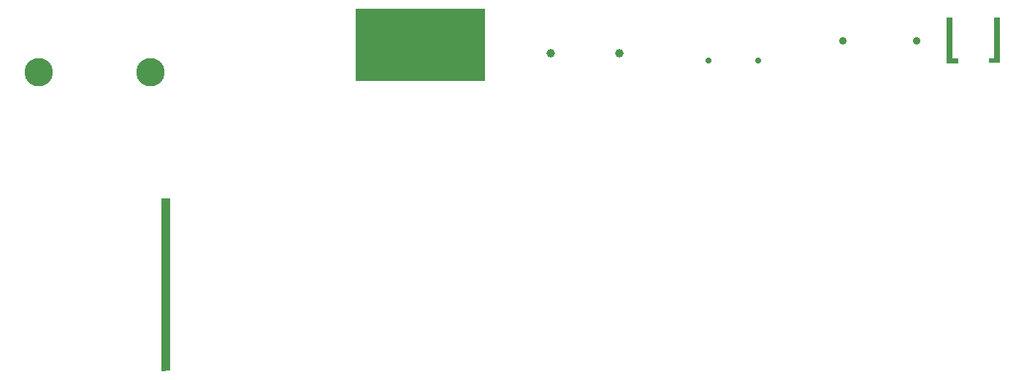
<source format=gbr>
%TF.GenerationSoftware,Altium Limited,Altium Designer,22.5.1 (42)*%
G04 Layer_Color=0*
%FSLAX45Y45*%
%MOMM*%
%TF.SameCoordinates,BCC7A4F8-9605-4868-ACEC-D28EECC8EA53*%
%TF.FilePolarity,Positive*%
%TF.FileFunction,NonPlated,1,4,NPTH,Drill*%
%TF.Part,Single*%
G01*
G75*
%TA.AperFunction,ComponentDrill*%
%ADD224C,0.70002*%
%ADD225C,3.30002*%
%ADD226C,1.00000*%
%ADD227C,0.90002*%
G36*
X2745740Y4894440D02*
Y6895690D01*
X2847690D01*
Y4895617D01*
X2745740Y4894440D01*
D02*
G37*
G36*
X4995100Y9098032D02*
Y8262170D01*
X6494140D01*
Y9098032D01*
X4995100D01*
D02*
G37*
G36*
X12338945Y8526128D02*
Y8468083D01*
X12448755D01*
X12448755Y8526079D01*
X12338945Y8526128D01*
D02*
G37*
G36*
X11904760Y8524917D02*
Y8466870D01*
X11978920D01*
X11978920Y8524883D01*
X11904760Y8524917D01*
D02*
G37*
G36*
X12393850Y9000651D02*
Y8468083D01*
X12465530D01*
X12465530Y9000619D01*
X12393850Y9000651D01*
D02*
G37*
G36*
X11843990Y8999661D02*
Y8467093D01*
X11915670D01*
X11915670Y8999628D01*
X11843990Y8999661D01*
D02*
G37*
D224*
X9662526Y8495270D02*
D03*
X9084524D02*
D03*
D225*
X1321690Y8364060D02*
D03*
X2621713D02*
D03*
D226*
X8055227Y8579330D02*
D03*
X7257210D02*
D03*
D227*
X11496988Y8723327D02*
D03*
X10647002D02*
D03*
%TF.MD5,d7d80129f3e66595bac3d6bc334e543e*%
M02*

</source>
